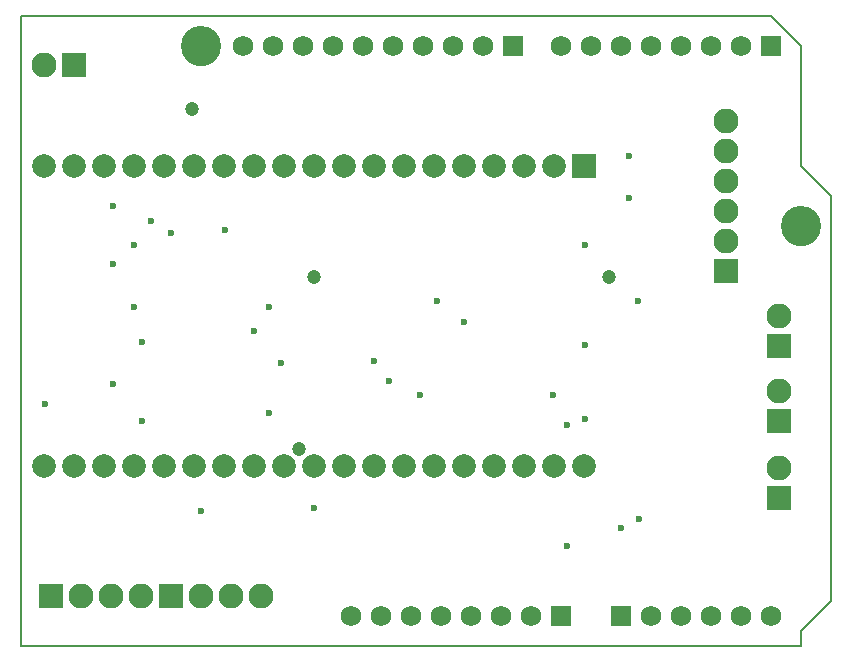
<source format=gbs>
G04*
G04 #@! TF.GenerationSoftware,Altium Limited,Altium Designer,19.0.15 (446)*
G04*
G04 Layer_Color=16711935*
%FSLAX44Y44*%
%MOMM*%
G71*
G01*
G75*
%ADD10C,0.1270*%
%ADD20C,2.1082*%
%ADD21R,2.1082X2.1082*%
%ADD22R,2.1082X2.1082*%
%ADD23C,2.0032*%
%ADD24R,2.0032X2.0032*%
%ADD25C,3.4032*%
%ADD26C,1.7272*%
%ADD27R,1.7272X1.7272*%
%ADD28C,1.2032*%
%ADD29C,0.6000*%
D10*
X676400Y355600D02*
G03*
X676400Y355600I-15999J0D01*
G01*
X168400Y508000D02*
G03*
X168400Y508000I-15999J0D01*
G01*
X660400Y0D02*
Y12700D01*
X685800Y38100D01*
Y381000D01*
X660400Y406400D02*
X685800Y381000D01*
X660400Y406400D02*
Y508000D01*
X635000Y533400D02*
X660400Y508000D01*
X0Y0D02*
Y533400D01*
Y0D02*
X660400D01*
X0Y533400D02*
X635000Y533400D01*
D20*
X19050Y492500D02*
D03*
X152400Y42500D02*
D03*
X177800D02*
D03*
X203200D02*
D03*
X50800D02*
D03*
X76200D02*
D03*
X101600D02*
D03*
X596900Y444500D02*
D03*
Y342900D02*
D03*
Y368300D02*
D03*
Y393700D02*
D03*
Y419100D02*
D03*
X641350Y151130D02*
D03*
Y215900D02*
D03*
Y279400D02*
D03*
D21*
X44450Y492500D02*
D03*
X127000Y42500D02*
D03*
X25400D02*
D03*
D22*
X596900Y317500D02*
D03*
X641350Y125730D02*
D03*
Y190500D02*
D03*
Y254000D02*
D03*
D23*
X19050Y152400D02*
D03*
X44450D02*
D03*
X69850D02*
D03*
X95250D02*
D03*
X120650D02*
D03*
X146050D02*
D03*
X171450D02*
D03*
X196850D02*
D03*
X222250D02*
D03*
X247650D02*
D03*
X273050D02*
D03*
X298450D02*
D03*
X323850D02*
D03*
X349250D02*
D03*
X374650D02*
D03*
X400050D02*
D03*
X425450D02*
D03*
X450850D02*
D03*
X476250D02*
D03*
X19050Y406400D02*
D03*
X44450D02*
D03*
X69850D02*
D03*
X95250D02*
D03*
X120650D02*
D03*
X146050D02*
D03*
X171450D02*
D03*
X196850D02*
D03*
X222250D02*
D03*
X247650D02*
D03*
X273050D02*
D03*
X298450D02*
D03*
X323850D02*
D03*
X349250D02*
D03*
X374650D02*
D03*
X400050D02*
D03*
X425450D02*
D03*
X450850D02*
D03*
D24*
X476250D02*
D03*
D25*
X660400Y355600D02*
D03*
X152400Y508000D02*
D03*
D26*
X406400Y25400D02*
D03*
X431800D02*
D03*
X279400D02*
D03*
X304800D02*
D03*
X330200D02*
D03*
X355600D02*
D03*
X381000D02*
D03*
X584200Y508000D02*
D03*
X609600D02*
D03*
X457200D02*
D03*
X482600D02*
D03*
X508000D02*
D03*
X533400D02*
D03*
X558800D02*
D03*
X187960D02*
D03*
X213360D02*
D03*
X238760D02*
D03*
X264160D02*
D03*
X289560D02*
D03*
X314960D02*
D03*
X340360D02*
D03*
X365760D02*
D03*
X391160D02*
D03*
X635000Y25400D02*
D03*
X609600D02*
D03*
X584200D02*
D03*
X558800D02*
D03*
X533400D02*
D03*
D27*
X457200D02*
D03*
X635000Y508000D02*
D03*
X416560D02*
D03*
X508000Y25400D02*
D03*
D28*
X235000Y167500D02*
D03*
X247650Y312500D02*
D03*
X497500D02*
D03*
X145000Y454660D02*
D03*
D29*
X462500Y85000D02*
D03*
Y187500D02*
D03*
X374650Y275000D02*
D03*
X352500Y292500D02*
D03*
X522500D02*
D03*
X523008Y107500D02*
D03*
X299050Y241550D02*
D03*
X20000Y205000D02*
D03*
X210000Y197500D02*
D03*
Y287500D02*
D03*
X172500Y352500D02*
D03*
X127000Y350000D02*
D03*
X110000Y360000D02*
D03*
X77500Y323850D02*
D03*
X95342Y340000D02*
D03*
Y287408D02*
D03*
X515000Y380000D02*
D03*
Y415000D02*
D03*
X77500Y222500D02*
D03*
Y372500D02*
D03*
X152650Y115000D02*
D03*
X247650Y117350D02*
D03*
X102500Y190500D02*
D03*
Y257500D02*
D03*
X508000Y100000D02*
D03*
X477520Y192480D02*
D03*
Y254980D02*
D03*
Y340000D02*
D03*
X196850Y267500D02*
D03*
X220000Y240000D02*
D03*
X311310Y225000D02*
D03*
X450790Y212500D02*
D03*
X337500D02*
D03*
M02*

</source>
